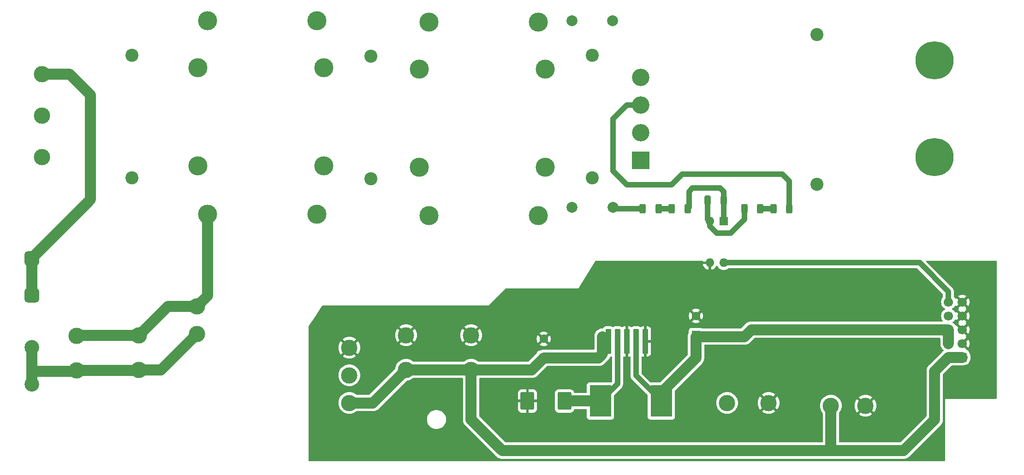
<source format=gtl>
G04 #@! TF.GenerationSoftware,KiCad,Pcbnew,7.0.2*
G04 #@! TF.CreationDate,2023-08-07T12:58:25+02:00*
G04 #@! TF.ProjectId,Module_3,4d6f6475-6c65-45f3-932e-6b696361645f,rev?*
G04 #@! TF.SameCoordinates,Original*
G04 #@! TF.FileFunction,Copper,L1,Top*
G04 #@! TF.FilePolarity,Positive*
%FSLAX46Y46*%
G04 Gerber Fmt 4.6, Leading zero omitted, Abs format (unit mm)*
G04 Created by KiCad (PCBNEW 7.0.2) date 2023-08-07 12:58:25*
%MOMM*%
%LPD*%
G01*
G04 APERTURE LIST*
G04 Aperture macros list*
%AMRoundRect*
0 Rectangle with rounded corners*
0 $1 Rounding radius*
0 $2 $3 $4 $5 $6 $7 $8 $9 X,Y pos of 4 corners*
0 Add a 4 corners polygon primitive as box body*
4,1,4,$2,$3,$4,$5,$6,$7,$8,$9,$2,$3,0*
0 Add four circle primitives for the rounded corners*
1,1,$1+$1,$2,$3*
1,1,$1+$1,$4,$5*
1,1,$1+$1,$6,$7*
1,1,$1+$1,$8,$9*
0 Add four rect primitives between the rounded corners*
20,1,$1+$1,$2,$3,$4,$5,0*
20,1,$1+$1,$4,$5,$6,$7,0*
20,1,$1+$1,$6,$7,$8,$9,0*
20,1,$1+$1,$8,$9,$2,$3,0*%
G04 Aperture macros list end*
G04 #@! TA.AperFunction,ComponentPad*
%ADD10R,1.600000X1.600000*%
G04 #@! TD*
G04 #@! TA.AperFunction,ComponentPad*
%ADD11C,1.600000*%
G04 #@! TD*
G04 #@! TA.AperFunction,ComponentPad*
%ADD12C,2.400000*%
G04 #@! TD*
G04 #@! TA.AperFunction,ComponentPad*
%ADD13C,3.000000*%
G04 #@! TD*
G04 #@! TA.AperFunction,ComponentPad*
%ADD14C,2.000000*%
G04 #@! TD*
G04 #@! TA.AperFunction,ComponentPad*
%ADD15O,1.600000X1.600000*%
G04 #@! TD*
G04 #@! TA.AperFunction,SMDPad,CuDef*
%ADD16RoundRect,0.250000X0.312500X0.625000X-0.312500X0.625000X-0.312500X-0.625000X0.312500X-0.625000X0*%
G04 #@! TD*
G04 #@! TA.AperFunction,ComponentPad*
%ADD17RoundRect,0.675000X-0.675000X0.675000X-0.675000X-0.675000X0.675000X-0.675000X0.675000X0.675000X0*%
G04 #@! TD*
G04 #@! TA.AperFunction,ComponentPad*
%ADD18C,2.700000*%
G04 #@! TD*
G04 #@! TA.AperFunction,ComponentPad*
%ADD19C,7.000000*%
G04 #@! TD*
G04 #@! TA.AperFunction,SMDPad,CuDef*
%ADD20RoundRect,0.250000X0.300000X-2.050000X0.300000X2.050000X-0.300000X2.050000X-0.300000X-2.050000X0*%
G04 #@! TD*
G04 #@! TA.AperFunction,SMDPad,CuDef*
%ADD21RoundRect,0.250000X2.375000X-2.025000X2.375000X2.025000X-2.375000X2.025000X-2.375000X-2.025000X0*%
G04 #@! TD*
G04 #@! TA.AperFunction,SMDPad,CuDef*
%ADD22RoundRect,0.250002X5.149998X-4.449998X5.149998X4.449998X-5.149998X4.449998X-5.149998X-4.449998X0*%
G04 #@! TD*
G04 #@! TA.AperFunction,ComponentPad*
%ADD23C,3.500000*%
G04 #@! TD*
G04 #@! TA.AperFunction,SMDPad,CuDef*
%ADD24RoundRect,0.250000X-0.312500X-0.625000X0.312500X-0.625000X0.312500X0.625000X-0.312500X0.625000X0*%
G04 #@! TD*
G04 #@! TA.AperFunction,SMDPad,CuDef*
%ADD25RoundRect,0.250000X0.325000X0.650000X-0.325000X0.650000X-0.325000X-0.650000X0.325000X-0.650000X0*%
G04 #@! TD*
G04 #@! TA.AperFunction,SMDPad,CuDef*
%ADD26RoundRect,0.250000X-1.000000X1.400000X-1.000000X-1.400000X1.000000X-1.400000X1.000000X1.400000X0*%
G04 #@! TD*
G04 #@! TA.AperFunction,ComponentPad*
%ADD27RoundRect,0.250000X0.600000X0.600000X-0.600000X0.600000X-0.600000X-0.600000X0.600000X-0.600000X0*%
G04 #@! TD*
G04 #@! TA.AperFunction,ComponentPad*
%ADD28C,1.700000*%
G04 #@! TD*
G04 #@! TA.AperFunction,SMDPad,CuDef*
%ADD29R,4.000000X5.800000*%
G04 #@! TD*
G04 #@! TA.AperFunction,ComponentPad*
%ADD30R,3.200000X3.200000*%
G04 #@! TD*
G04 #@! TA.AperFunction,ComponentPad*
%ADD31C,3.200000*%
G04 #@! TD*
G04 #@! TA.AperFunction,ViaPad*
%ADD32C,1.200000*%
G04 #@! TD*
G04 #@! TA.AperFunction,Conductor*
%ADD33C,2.000000*%
G04 #@! TD*
G04 #@! TA.AperFunction,Conductor*
%ADD34C,1.000000*%
G04 #@! TD*
G04 APERTURE END LIST*
D10*
X150495000Y-116938000D03*
D11*
X150495000Y-113438000D03*
D12*
X74930000Y-83868000D03*
X74930000Y-61368000D03*
D13*
X203200000Y-125730000D03*
D14*
X155635000Y-55018000D03*
X163135000Y-55018000D03*
D10*
X183520000Y-91858000D03*
D15*
X180980000Y-91858000D03*
X180980000Y-99478000D03*
X183520000Y-99478000D03*
D13*
X209550000Y-125730000D03*
D12*
X200660000Y-57558000D03*
X200660000Y-85058000D03*
D16*
X190250000Y-89535000D03*
X187325000Y-89535000D03*
D17*
X56515000Y-98650000D03*
X56515000Y-105410000D03*
D18*
X56515000Y-115000000D03*
X56515000Y-121760000D03*
D19*
X222250000Y-80010000D03*
D20*
X162335000Y-113925000D03*
X164035000Y-113925000D03*
X165735000Y-113925000D03*
D21*
X162960000Y-107200000D03*
X168510000Y-107200000D03*
D22*
X165735000Y-104775000D03*
D21*
X162960000Y-102350000D03*
X168510000Y-102350000D03*
D20*
X167435000Y-113925000D03*
X169135000Y-113925000D03*
D19*
X222250000Y-62230000D03*
D13*
X58420000Y-64770000D03*
X58420000Y-72390000D03*
X58420000Y-80010000D03*
D23*
X129413000Y-90832000D03*
X127635000Y-81942000D03*
X127635000Y-63908000D03*
X129413000Y-55272000D03*
X150749000Y-63908000D03*
X149479000Y-55272000D03*
X149479000Y-90832000D03*
X150749000Y-81942000D03*
D12*
X118745000Y-84048000D03*
X118745000Y-61548000D03*
D24*
X168660000Y-89535000D03*
X171585000Y-89535000D03*
D14*
X163195000Y-89308000D03*
X155695000Y-89308000D03*
D16*
X195580000Y-89535000D03*
X192655000Y-89535000D03*
D10*
X178435000Y-112720000D03*
D11*
X178435000Y-109220000D03*
D13*
X64770000Y-112903000D03*
X76200000Y-112776000D03*
X86868000Y-107442000D03*
X64770000Y-119253000D03*
X76200000Y-119126000D03*
X86868000Y-112522000D03*
X114808000Y-115062000D03*
X125222000Y-112776000D03*
X137160000Y-112776000D03*
X114808000Y-125222000D03*
X125222000Y-119126000D03*
X137160000Y-119126000D03*
X114808000Y-120142000D03*
D24*
X173990000Y-89535000D03*
X176915000Y-89535000D03*
D23*
X88773000Y-90578000D03*
X86995000Y-81688000D03*
X86995000Y-63654000D03*
X88773000Y-55018000D03*
X110109000Y-63654000D03*
X108839000Y-55018000D03*
X108839000Y-90578000D03*
X110109000Y-81688000D03*
D25*
X183515000Y-88038000D03*
X180565000Y-88038000D03*
D26*
X154305000Y-124868000D03*
X147505000Y-124868000D03*
D12*
X159385000Y-83868000D03*
X159385000Y-61368000D03*
D13*
X184150000Y-125222000D03*
X191770000Y-125222000D03*
D27*
X227330000Y-116840000D03*
D28*
X224790000Y-116840000D03*
X227330000Y-114300000D03*
X224790000Y-114300000D03*
X227330000Y-111760000D03*
X224790000Y-111760000D03*
X227330000Y-109220000D03*
X224790000Y-109220000D03*
X227330000Y-106680000D03*
X224790000Y-106680000D03*
D29*
X160909000Y-124868000D03*
X172085000Y-124868000D03*
D30*
X168275000Y-80645000D03*
D31*
X168275000Y-75565000D03*
X168275000Y-70485000D03*
X168275000Y-65405000D03*
D32*
X119380000Y-132080000D03*
X231140000Y-104140000D03*
X231140000Y-121920000D03*
X213360000Y-104140000D03*
X220980000Y-104140000D03*
X175260000Y-104140000D03*
X215900000Y-116840000D03*
X215900000Y-127000000D03*
X157480000Y-106680000D03*
X205740000Y-104140000D03*
X153670000Y-120650000D03*
X144780000Y-121920000D03*
X111760000Y-132080000D03*
X134620000Y-132080000D03*
X198120000Y-104140000D03*
X149860000Y-106680000D03*
X190500000Y-104140000D03*
X154940000Y-129540000D03*
X157480000Y-120650000D03*
X127000000Y-132080000D03*
X215900000Y-121920000D03*
X157480000Y-110490000D03*
X142240000Y-124460000D03*
X144780000Y-127000000D03*
X157480000Y-114300000D03*
X147320000Y-129540000D03*
X182880000Y-104140000D03*
D33*
X154305000Y-124868000D02*
X160909000Y-124868000D01*
D34*
X164035000Y-121742000D02*
X160909000Y-124868000D01*
X164035000Y-113925000D02*
X164035000Y-121742000D01*
D33*
X86868000Y-107442000D02*
X81534000Y-107442000D01*
X88773000Y-90578000D02*
X88773000Y-105537000D01*
X88773000Y-105537000D02*
X86868000Y-107442000D01*
X76200000Y-112776000D02*
X64897000Y-112776000D01*
X81534000Y-107442000D02*
X76200000Y-112776000D01*
X64897000Y-112776000D02*
X64770000Y-112903000D01*
X148307000Y-119126000D02*
X150495000Y-116938000D01*
X137160000Y-128270000D02*
X142875000Y-133985000D01*
X224790000Y-116840000D02*
X227330000Y-116840000D01*
X203200000Y-133985000D02*
X203200000Y-125730000D01*
X142875000Y-133985000D02*
X203200000Y-133985000D01*
X160557000Y-116938000D02*
X150495000Y-116938000D01*
X114808000Y-125222000D02*
X119126000Y-125222000D01*
X222250000Y-128270000D02*
X222250000Y-119380000D01*
X161290000Y-116205000D02*
X160557000Y-116938000D01*
X137160000Y-119126000D02*
X137160000Y-128270000D01*
X216535000Y-133985000D02*
X222250000Y-128270000D01*
X119126000Y-125222000D02*
X125222000Y-119126000D01*
X203200000Y-133985000D02*
X216535000Y-133985000D01*
X125222000Y-119126000D02*
X137160000Y-119126000D01*
X222250000Y-119380000D02*
X224790000Y-116840000D01*
X137160000Y-119126000D02*
X148307000Y-119126000D01*
X161290000Y-113030000D02*
X161290000Y-116205000D01*
X224790000Y-114300000D02*
X224790000Y-111760000D01*
D34*
X167435000Y-113925000D02*
X167435000Y-120218000D01*
D33*
X172085000Y-123288000D02*
X178435000Y-116938000D01*
X187325000Y-113030000D02*
X188595000Y-111760000D01*
X172085000Y-124868000D02*
X172085000Y-123288000D01*
X178435000Y-116938000D02*
X178435000Y-113030000D01*
X188595000Y-111760000D02*
X224790000Y-111760000D01*
X178435000Y-113030000D02*
X187325000Y-113030000D01*
D34*
X167435000Y-120218000D02*
X172085000Y-124868000D01*
X224790000Y-104775000D02*
X224790000Y-106680000D01*
X219493000Y-99478000D02*
X224790000Y-104775000D01*
X183520000Y-99478000D02*
X219493000Y-99478000D01*
D33*
X56515000Y-98650000D02*
X67310000Y-87855000D01*
X63500000Y-64770000D02*
X58420000Y-64770000D01*
X67310000Y-68580000D02*
X63500000Y-64770000D01*
X56515000Y-105410000D02*
X56515000Y-98650000D01*
X67310000Y-87855000D02*
X67310000Y-68580000D01*
X56515000Y-121760000D02*
X56515000Y-118745000D01*
X64643000Y-119380000D02*
X57150000Y-119380000D01*
X64770000Y-119253000D02*
X76073000Y-119253000D01*
X56515000Y-118745000D02*
X56515000Y-115000000D01*
X57150000Y-119380000D02*
X56515000Y-118745000D01*
X80264000Y-119126000D02*
X86868000Y-112522000D01*
X76200000Y-119126000D02*
X80264000Y-119126000D01*
X64770000Y-119253000D02*
X64643000Y-119380000D01*
X76073000Y-119253000D02*
X76200000Y-119126000D01*
D34*
X171585000Y-89535000D02*
X173990000Y-89535000D01*
X190250000Y-89535000D02*
X192655000Y-89535000D01*
X163422000Y-89535000D02*
X163195000Y-89308000D01*
X168660000Y-89535000D02*
X163422000Y-89535000D01*
X165735000Y-85090000D02*
X173990000Y-85090000D01*
X173990000Y-85090000D02*
X175895000Y-83185000D01*
X195580000Y-84455000D02*
X195580000Y-89535000D01*
X163195000Y-73025000D02*
X163195000Y-82550000D01*
X194310000Y-83185000D02*
X195580000Y-84455000D01*
X165735000Y-70485000D02*
X163195000Y-73025000D01*
X168275000Y-70485000D02*
X165735000Y-70485000D01*
X175895000Y-83185000D02*
X194310000Y-83185000D01*
X163195000Y-82550000D02*
X165735000Y-85090000D01*
X182880000Y-85725000D02*
X183515000Y-86360000D01*
X183515000Y-88038000D02*
X183515000Y-91853000D01*
X182880000Y-85725000D02*
X177800000Y-85725000D01*
X183515000Y-86360000D02*
X183515000Y-88038000D01*
X183515000Y-91853000D02*
X183520000Y-91858000D01*
X177800000Y-85725000D02*
X177165000Y-86360000D01*
X177165000Y-86360000D02*
X177165000Y-89285000D01*
X177165000Y-89285000D02*
X176915000Y-89535000D01*
X184785000Y-93980000D02*
X187325000Y-91440000D01*
X187325000Y-91440000D02*
X187325000Y-89535000D01*
X180565000Y-91443000D02*
X180980000Y-91858000D01*
X180565000Y-88038000D02*
X180565000Y-91443000D01*
X180980000Y-91858000D02*
X180980000Y-92705000D01*
X180975000Y-92710000D02*
X182245000Y-93980000D01*
X182245000Y-93980000D02*
X184785000Y-93980000D01*
X180980000Y-92705000D02*
X180975000Y-92710000D01*
G04 #@! TA.AperFunction,Conductor*
G36*
X179651582Y-99079685D02*
G01*
X179697337Y-99132489D01*
X179707281Y-99201647D01*
X179704318Y-99216093D01*
X179701127Y-99227999D01*
X179701128Y-99228000D01*
X180664314Y-99228000D01*
X180652359Y-99239955D01*
X180594835Y-99352852D01*
X180575014Y-99478000D01*
X180594835Y-99603148D01*
X180652359Y-99716045D01*
X180664314Y-99728000D01*
X179701128Y-99728000D01*
X179753733Y-99924326D01*
X179849865Y-100130480D01*
X179980341Y-100316819D01*
X180141180Y-100477658D01*
X180327519Y-100608134D01*
X180533673Y-100704266D01*
X180729999Y-100756871D01*
X180730000Y-100756871D01*
X180730000Y-99793686D01*
X180741955Y-99805641D01*
X180854852Y-99863165D01*
X180948519Y-99878000D01*
X181011481Y-99878000D01*
X181105148Y-99863165D01*
X181218045Y-99805641D01*
X181230000Y-99793686D01*
X181230000Y-100756871D01*
X181426326Y-100704266D01*
X181632480Y-100608134D01*
X181818819Y-100477658D01*
X181979658Y-100316819D01*
X182110135Y-100130479D01*
X182137342Y-100072135D01*
X182183514Y-100019695D01*
X182250707Y-100000543D01*
X182317589Y-100020758D01*
X182362106Y-100072133D01*
X182389433Y-100130736D01*
X182519953Y-100317140D01*
X182680859Y-100478046D01*
X182867264Y-100608567D01*
X182867265Y-100608567D01*
X182867266Y-100608568D01*
X183073504Y-100704739D01*
X183293308Y-100763635D01*
X183520000Y-100783468D01*
X183746692Y-100763635D01*
X183966496Y-100704739D01*
X184172734Y-100608568D01*
X184326465Y-100500924D01*
X184392671Y-100478598D01*
X184397588Y-100478500D01*
X219027217Y-100478500D01*
X219094256Y-100498185D01*
X219114898Y-100514819D01*
X223753181Y-105153101D01*
X223786666Y-105214424D01*
X223789500Y-105240782D01*
X223789500Y-105719241D01*
X223769815Y-105786280D01*
X223753186Y-105806918D01*
X223751505Y-105808598D01*
X223615965Y-106002170D01*
X223516097Y-106216336D01*
X223454936Y-106444592D01*
X223434340Y-106679999D01*
X223454936Y-106915407D01*
X223480496Y-107010798D01*
X223516097Y-107143663D01*
X223615965Y-107357830D01*
X223751505Y-107551401D01*
X223918599Y-107718495D01*
X224104160Y-107848426D01*
X224147783Y-107903002D01*
X224154976Y-107972501D01*
X224123454Y-108034855D01*
X224104160Y-108051574D01*
X223976487Y-108140972D01*
X223918595Y-108181508D01*
X223751505Y-108348598D01*
X223615965Y-108542170D01*
X223516097Y-108756336D01*
X223454936Y-108984592D01*
X223434340Y-109219999D01*
X223454936Y-109455407D01*
X223479650Y-109547641D01*
X223516097Y-109683663D01*
X223615965Y-109897830D01*
X223732584Y-110064379D01*
X223754910Y-110130582D01*
X223737900Y-110198350D01*
X223686952Y-110246163D01*
X223631008Y-110259500D01*
X188695864Y-110259500D01*
X188680526Y-110258548D01*
X188657219Y-110255642D01*
X188566536Y-110259394D01*
X188561411Y-110259500D01*
X188532933Y-110259500D01*
X188530406Y-110259709D01*
X188530389Y-110259710D01*
X188504538Y-110261852D01*
X188499428Y-110262169D01*
X188408761Y-110265920D01*
X188385781Y-110270738D01*
X188370581Y-110272952D01*
X188347180Y-110274891D01*
X188259191Y-110297172D01*
X188254202Y-110298326D01*
X188165386Y-110316950D01*
X188143515Y-110325484D01*
X188128890Y-110330169D01*
X188106120Y-110335936D01*
X188023020Y-110372386D01*
X188018288Y-110374346D01*
X187933726Y-110407343D01*
X187913545Y-110419368D01*
X187899891Y-110426396D01*
X187878392Y-110435826D01*
X187802417Y-110485462D01*
X187798074Y-110488174D01*
X187720102Y-110534636D01*
X187702183Y-110549813D01*
X187689868Y-110558995D01*
X187670215Y-110571835D01*
X187603447Y-110633299D01*
X187599613Y-110636685D01*
X187577874Y-110655098D01*
X187576059Y-110656911D01*
X187576061Y-110656911D01*
X187557738Y-110675233D01*
X187554045Y-110678775D01*
X187487262Y-110740254D01*
X187472832Y-110758793D01*
X187462664Y-110770306D01*
X186739791Y-111493181D01*
X186678468Y-111526666D01*
X186652110Y-111529500D01*
X179589797Y-111529500D01*
X179522758Y-111509815D01*
X179515487Y-111504767D01*
X179477333Y-111476205D01*
X179477331Y-111476204D01*
X179342483Y-111425909D01*
X179282873Y-111419500D01*
X179279550Y-111419500D01*
X177590439Y-111419500D01*
X177590420Y-111419500D01*
X177587128Y-111419501D01*
X177583848Y-111419853D01*
X177583840Y-111419854D01*
X177527515Y-111425909D01*
X177392669Y-111476204D01*
X177277454Y-111562454D01*
X177191204Y-111677668D01*
X177156944Y-111769526D01*
X177140909Y-111812517D01*
X177134500Y-111872127D01*
X177134500Y-111875430D01*
X177134499Y-111875449D01*
X177134500Y-112240242D01*
X177114815Y-112307281D01*
X177114309Y-112308062D01*
X177110826Y-112313393D01*
X177087872Y-112365722D01*
X177083372Y-112374928D01*
X177056171Y-112425190D01*
X177037615Y-112479244D01*
X177033890Y-112488791D01*
X177010937Y-112541119D01*
X176996911Y-112596502D01*
X176993989Y-112606318D01*
X176975428Y-112660388D01*
X176966020Y-112716762D01*
X176963918Y-112726787D01*
X176949891Y-112782180D01*
X176945172Y-112839127D01*
X176943905Y-112849293D01*
X176934500Y-112905662D01*
X176934500Y-116265109D01*
X176914815Y-116332148D01*
X176898181Y-116352790D01*
X171819790Y-121431181D01*
X171758467Y-121464666D01*
X171732109Y-121467500D01*
X170150783Y-121467500D01*
X170083744Y-121447815D01*
X170063102Y-121431181D01*
X168471819Y-119839898D01*
X168438334Y-119778575D01*
X168435500Y-119752217D01*
X168435500Y-116804443D01*
X168455185Y-116737404D01*
X168507989Y-116691649D01*
X168577147Y-116681705D01*
X168598505Y-116686737D01*
X168682305Y-116714506D01*
X168781890Y-116724680D01*
X168788168Y-116724999D01*
X168885000Y-116724998D01*
X168885000Y-114175000D01*
X169385000Y-114175000D01*
X169385000Y-116724999D01*
X169481829Y-116724999D01*
X169488111Y-116724678D01*
X169587695Y-116714506D01*
X169754122Y-116659357D01*
X169903345Y-116567316D01*
X170027316Y-116443345D01*
X170119357Y-116294122D01*
X170174506Y-116127696D01*
X170184680Y-116028109D01*
X170185000Y-116021831D01*
X170185000Y-114175000D01*
X169385000Y-114175000D01*
X168885000Y-114175000D01*
X168885000Y-111125000D01*
X169385000Y-111125000D01*
X169385000Y-113675000D01*
X170184999Y-113675000D01*
X170184999Y-111828170D01*
X170184678Y-111821888D01*
X170174506Y-111722304D01*
X170119357Y-111555877D01*
X170027316Y-111406654D01*
X169903345Y-111282683D01*
X169754122Y-111190642D01*
X169587696Y-111135493D01*
X169488109Y-111125319D01*
X169481832Y-111125000D01*
X169385000Y-111125000D01*
X168885000Y-111125000D01*
X168885000Y-111124999D01*
X168788172Y-111125000D01*
X168781888Y-111125321D01*
X168682304Y-111135493D01*
X168515879Y-111190641D01*
X168354321Y-111290292D01*
X168352582Y-111287474D01*
X168311680Y-111309795D01*
X168241989Y-111304793D01*
X168216795Y-111288596D01*
X168215993Y-111289897D01*
X168054334Y-111190186D01*
X167887797Y-111135000D01*
X167788141Y-111124819D01*
X167788122Y-111124818D01*
X167785009Y-111124500D01*
X167781860Y-111124500D01*
X167088141Y-111124500D01*
X167088121Y-111124500D01*
X167084992Y-111124501D01*
X167081860Y-111124820D01*
X167081858Y-111124821D01*
X166982203Y-111135000D01*
X166815665Y-111190186D01*
X166654008Y-111289897D01*
X166652352Y-111287213D01*
X166610976Y-111309794D01*
X166541285Y-111304794D01*
X166516545Y-111288890D01*
X166515681Y-111290292D01*
X166354122Y-111190642D01*
X166187696Y-111135493D01*
X166088109Y-111125319D01*
X166081832Y-111125000D01*
X165985000Y-111125000D01*
X165985000Y-116724999D01*
X166081829Y-116724999D01*
X166088111Y-116724678D01*
X166187695Y-116714506D01*
X166271496Y-116686737D01*
X166341324Y-116684335D01*
X166401366Y-116720067D01*
X166432559Y-116782587D01*
X166434500Y-116804443D01*
X166434500Y-120203721D01*
X166434460Y-120206863D01*
X166432242Y-120294362D01*
X166442648Y-120352420D01*
X166443957Y-120361749D01*
X166449926Y-120420438D01*
X166459033Y-120449467D01*
X166462772Y-120464702D01*
X166468141Y-120494652D01*
X166490020Y-120549425D01*
X166493180Y-120558300D01*
X166510556Y-120613682D01*
X166510841Y-120614588D01*
X166525607Y-120641191D01*
X166532337Y-120655364D01*
X166543622Y-120683617D01*
X166576080Y-120732867D01*
X166580961Y-120740923D01*
X166609590Y-120792501D01*
X166629404Y-120815581D01*
X166638856Y-120828116D01*
X166655599Y-120853520D01*
X166697300Y-120895221D01*
X166703705Y-120902132D01*
X166742134Y-120946896D01*
X166766193Y-120965519D01*
X166777972Y-120975893D01*
X169548181Y-123746101D01*
X169581666Y-123807424D01*
X169584500Y-123833782D01*
X169584500Y-127812560D01*
X169584500Y-127812578D01*
X169584501Y-127815872D01*
X169590909Y-127875483D01*
X169641204Y-128010331D01*
X169727454Y-128125546D01*
X169842669Y-128211796D01*
X169977517Y-128262091D01*
X170037127Y-128268500D01*
X174132872Y-128268499D01*
X174192483Y-128262091D01*
X174327331Y-128211796D01*
X174442546Y-128125546D01*
X174528796Y-128010331D01*
X174579091Y-127875483D01*
X174585500Y-127815873D01*
X174585499Y-125222000D01*
X182144389Y-125222000D01*
X182164804Y-125507429D01*
X182225629Y-125787041D01*
X182225631Y-125787046D01*
X182310813Y-126015428D01*
X182325634Y-126055163D01*
X182462772Y-126306313D01*
X182502530Y-126359423D01*
X182634261Y-126535395D01*
X182836605Y-126737739D01*
X183000878Y-126860712D01*
X183065686Y-126909227D01*
X183144673Y-126952357D01*
X183316839Y-127046367D01*
X183584954Y-127146369D01*
X183584957Y-127146369D01*
X183584958Y-127146370D01*
X183637217Y-127157738D01*
X183864572Y-127207196D01*
X184150000Y-127227610D01*
X184435428Y-127207196D01*
X184715046Y-127146369D01*
X184983161Y-127046367D01*
X185234315Y-126909226D01*
X185463395Y-126737739D01*
X185665739Y-126535395D01*
X185837226Y-126306315D01*
X185974367Y-126055161D01*
X186074369Y-125787046D01*
X186135196Y-125507428D01*
X186155610Y-125222000D01*
X186155610Y-125221999D01*
X189764890Y-125221999D01*
X189785300Y-125507357D01*
X189846111Y-125786902D01*
X189946088Y-126054952D01*
X190083193Y-126306042D01*
X190189883Y-126448562D01*
X190979409Y-125659036D01*
X190986284Y-125674478D01*
X191097486Y-125827534D01*
X191238080Y-125954126D01*
X191335297Y-126010254D01*
X190543436Y-126802115D01*
X190685958Y-126908806D01*
X190937047Y-127045911D01*
X191205097Y-127145888D01*
X191484642Y-127206699D01*
X191770000Y-127227109D01*
X192055357Y-127206699D01*
X192334902Y-127145888D01*
X192602952Y-127045911D01*
X192854041Y-126908806D01*
X192996562Y-126802115D01*
X192204702Y-126010254D01*
X192301920Y-125954126D01*
X192442514Y-125827534D01*
X192553716Y-125674479D01*
X192560590Y-125659037D01*
X193350115Y-126448562D01*
X193456806Y-126306041D01*
X193593911Y-126054952D01*
X193693888Y-125786902D01*
X193754699Y-125507357D01*
X193775109Y-125222000D01*
X193754699Y-124936642D01*
X193693888Y-124657097D01*
X193593911Y-124389047D01*
X193456806Y-124137958D01*
X193350115Y-123995436D01*
X192560590Y-124784961D01*
X192553716Y-124769522D01*
X192442514Y-124616466D01*
X192301920Y-124489874D01*
X192204701Y-124433745D01*
X192996562Y-123641883D01*
X192854042Y-123535193D01*
X192602952Y-123398088D01*
X192334902Y-123298111D01*
X192055357Y-123237300D01*
X191769999Y-123216890D01*
X191484642Y-123237300D01*
X191205097Y-123298111D01*
X190937047Y-123398088D01*
X190685954Y-123535195D01*
X190543437Y-123641882D01*
X190543436Y-123641883D01*
X191335298Y-124433745D01*
X191238080Y-124489874D01*
X191097486Y-124616466D01*
X190986284Y-124769521D01*
X190979409Y-124784962D01*
X190189883Y-123995436D01*
X190189882Y-123995437D01*
X190083195Y-124137954D01*
X189946088Y-124389047D01*
X189846111Y-124657097D01*
X189785300Y-124936642D01*
X189764890Y-125221999D01*
X186155610Y-125221999D01*
X186135196Y-124936572D01*
X186074369Y-124656954D01*
X185974367Y-124388839D01*
X185843887Y-124149883D01*
X185837227Y-124137686D01*
X185766490Y-124043193D01*
X185665739Y-123908605D01*
X185463395Y-123706261D01*
X185348855Y-123620517D01*
X185234313Y-123534772D01*
X184983163Y-123397634D01*
X184983162Y-123397633D01*
X184983161Y-123397633D01*
X184762429Y-123315304D01*
X184715041Y-123297629D01*
X184435429Y-123236804D01*
X184150000Y-123216389D01*
X183864570Y-123236804D01*
X183584958Y-123297629D01*
X183316836Y-123397634D01*
X183065686Y-123534772D01*
X182836602Y-123706263D01*
X182634263Y-123908602D01*
X182462772Y-124137686D01*
X182325634Y-124388836D01*
X182225629Y-124656958D01*
X182164804Y-124936570D01*
X182144389Y-125222000D01*
X174585499Y-125222000D01*
X174585499Y-122960888D01*
X174605184Y-122893850D01*
X174621813Y-122873213D01*
X179424701Y-118070325D01*
X179436203Y-118060167D01*
X179454744Y-118045738D01*
X179516235Y-117978939D01*
X179519714Y-117975313D01*
X179539902Y-117955126D01*
X179558315Y-117933383D01*
X179561701Y-117929551D01*
X179623160Y-117862789D01*
X179623164Y-117862785D01*
X179636006Y-117843126D01*
X179645188Y-117830813D01*
X179660366Y-117812894D01*
X179706830Y-117734916D01*
X179709533Y-117730586D01*
X179759173Y-117654607D01*
X179768605Y-117633101D01*
X179775628Y-117619456D01*
X179787656Y-117599274D01*
X179820656Y-117514699D01*
X179822599Y-117510008D01*
X179859063Y-117426881D01*
X179864827Y-117404116D01*
X179869510Y-117389496D01*
X179878049Y-117367614D01*
X179896669Y-117278809D01*
X179897822Y-117273825D01*
X179920108Y-117185821D01*
X179922046Y-117162413D01*
X179924263Y-117147205D01*
X179929080Y-117124237D01*
X179932830Y-117033544D01*
X179933148Y-117028441D01*
X179935500Y-117000067D01*
X179935500Y-116971588D01*
X179935606Y-116966463D01*
X179939357Y-116875780D01*
X179936452Y-116852473D01*
X179935500Y-116837135D01*
X179935500Y-114654500D01*
X179955185Y-114587461D01*
X180007989Y-114541706D01*
X180059500Y-114530500D01*
X187224135Y-114530500D01*
X187239473Y-114531452D01*
X187262779Y-114534357D01*
X187262779Y-114534356D01*
X187262780Y-114534357D01*
X187333017Y-114531452D01*
X187353473Y-114530605D01*
X187358596Y-114530500D01*
X187384498Y-114530500D01*
X187387067Y-114530500D01*
X187415447Y-114528147D01*
X187420540Y-114527831D01*
X187511237Y-114524081D01*
X187534209Y-114519263D01*
X187549413Y-114517047D01*
X187572821Y-114515108D01*
X187660838Y-114492818D01*
X187665754Y-114491680D01*
X187754614Y-114473049D01*
X187776496Y-114464510D01*
X187791116Y-114459827D01*
X187813881Y-114454063D01*
X187897008Y-114417599D01*
X187901699Y-114415656D01*
X187986274Y-114382656D01*
X188006456Y-114370628D01*
X188020101Y-114363605D01*
X188041607Y-114354173D01*
X188117593Y-114304528D01*
X188121916Y-114301830D01*
X188199894Y-114255366D01*
X188217813Y-114240188D01*
X188230126Y-114231006D01*
X188249785Y-114218164D01*
X188296673Y-114175000D01*
X188316551Y-114156701D01*
X188320383Y-114153315D01*
X188342126Y-114134902D01*
X188362313Y-114114714D01*
X188365939Y-114111235D01*
X188432738Y-114049744D01*
X188447167Y-114031203D01*
X188457325Y-114019701D01*
X189180208Y-113296819D01*
X189241532Y-113263334D01*
X189267890Y-113260500D01*
X223165500Y-113260500D01*
X223232539Y-113280185D01*
X223278294Y-113332989D01*
X223289500Y-113384500D01*
X223289500Y-114362067D01*
X223297989Y-114464515D01*
X223303465Y-114530606D01*
X223304892Y-114547821D01*
X223365937Y-114788881D01*
X223407159Y-114882857D01*
X223465825Y-115016604D01*
X223465827Y-115016607D01*
X223601836Y-115224785D01*
X223721608Y-115354892D01*
X223770259Y-115407741D01*
X223849855Y-115469693D01*
X223890668Y-115526403D01*
X223894343Y-115596176D01*
X223859711Y-115656859D01*
X223857675Y-115658777D01*
X223798446Y-115713300D01*
X223794610Y-115716687D01*
X223774836Y-115733436D01*
X223774819Y-115733451D01*
X223772874Y-115735099D01*
X223771068Y-115736903D01*
X223771070Y-115736903D01*
X223752750Y-115755222D01*
X223749057Y-115758764D01*
X223682261Y-115820255D01*
X223667832Y-115838793D01*
X223657663Y-115850308D01*
X221260306Y-118247664D01*
X221248793Y-118257832D01*
X221230254Y-118272262D01*
X221168775Y-118339045D01*
X221165233Y-118342738D01*
X221145098Y-118362874D01*
X221143437Y-118364834D01*
X221143437Y-118364835D01*
X221126689Y-118384609D01*
X221123299Y-118388447D01*
X221061835Y-118455215D01*
X221048995Y-118474868D01*
X221039813Y-118487183D01*
X221024636Y-118505102D01*
X220978174Y-118583074D01*
X220975462Y-118587417D01*
X220925826Y-118663392D01*
X220916396Y-118684891D01*
X220909368Y-118698545D01*
X220897343Y-118718726D01*
X220864346Y-118803288D01*
X220862386Y-118808020D01*
X220825936Y-118891120D01*
X220820169Y-118913890D01*
X220815484Y-118928515D01*
X220806951Y-118950385D01*
X220788324Y-119039211D01*
X220787170Y-119044200D01*
X220764891Y-119132180D01*
X220762952Y-119155578D01*
X220760738Y-119170777D01*
X220755919Y-119193762D01*
X220752168Y-119284440D01*
X220751851Y-119289551D01*
X220749710Y-119315390D01*
X220749709Y-119315406D01*
X220749500Y-119317933D01*
X220749500Y-119320486D01*
X220749500Y-119346402D01*
X220749394Y-119351527D01*
X220745642Y-119442223D01*
X220748547Y-119465529D01*
X220749499Y-119480864D01*
X220749500Y-127597110D01*
X220729815Y-127664149D01*
X220713181Y-127684791D01*
X215949791Y-132448181D01*
X215888468Y-132481666D01*
X215862110Y-132484500D01*
X204824500Y-132484500D01*
X204757461Y-132464815D01*
X204711706Y-132412011D01*
X204700500Y-132360500D01*
X204700500Y-127105023D01*
X204720185Y-127037984D01*
X204725233Y-127030713D01*
X204887225Y-126814316D01*
X204887375Y-126814042D01*
X205024367Y-126563161D01*
X205124369Y-126295046D01*
X205185196Y-126015428D01*
X205205610Y-125730000D01*
X207544890Y-125730000D01*
X207565300Y-126015357D01*
X207626111Y-126294902D01*
X207726088Y-126562952D01*
X207863193Y-126814042D01*
X207969883Y-126956562D01*
X208833338Y-126093107D01*
X208920577Y-126231948D01*
X209048052Y-126359423D01*
X209186891Y-126446661D01*
X208323436Y-127310115D01*
X208465958Y-127416806D01*
X208717047Y-127553911D01*
X208985097Y-127653888D01*
X209264642Y-127714699D01*
X209550000Y-127735109D01*
X209835357Y-127714699D01*
X210114902Y-127653888D01*
X210382952Y-127553911D01*
X210634041Y-127416806D01*
X210776562Y-127310115D01*
X209913108Y-126446661D01*
X210051948Y-126359423D01*
X210179423Y-126231948D01*
X210266661Y-126093108D01*
X211130115Y-126956562D01*
X211236806Y-126814041D01*
X211373911Y-126562952D01*
X211473888Y-126294902D01*
X211534699Y-126015357D01*
X211555109Y-125729999D01*
X211534699Y-125444642D01*
X211473888Y-125165097D01*
X211373911Y-124897047D01*
X211236806Y-124645958D01*
X211130115Y-124503436D01*
X210266660Y-125366890D01*
X210179423Y-125228052D01*
X210051948Y-125100577D01*
X209913108Y-125013338D01*
X210776562Y-124149883D01*
X210634042Y-124043193D01*
X210382952Y-123906088D01*
X210114902Y-123806111D01*
X209835357Y-123745300D01*
X209550000Y-123724890D01*
X209264642Y-123745300D01*
X208985097Y-123806111D01*
X208717047Y-123906088D01*
X208465954Y-124043195D01*
X208323437Y-124149882D01*
X208323436Y-124149883D01*
X209186891Y-125013338D01*
X209048052Y-125100577D01*
X208920577Y-125228052D01*
X208833338Y-125366891D01*
X207969883Y-124503436D01*
X207969882Y-124503437D01*
X207863195Y-124645954D01*
X207726088Y-124897047D01*
X207626111Y-125165097D01*
X207565300Y-125444642D01*
X207544890Y-125730000D01*
X205205610Y-125730000D01*
X205185196Y-125444572D01*
X205124369Y-125164954D01*
X205024367Y-124896839D01*
X204954846Y-124769521D01*
X204887227Y-124645686D01*
X204844354Y-124588415D01*
X204715739Y-124416605D01*
X204513395Y-124214261D01*
X204398854Y-124128517D01*
X204284313Y-124042772D01*
X204033163Y-123905634D01*
X204033162Y-123905633D01*
X204033161Y-123905633D01*
X203840522Y-123833782D01*
X203765041Y-123805629D01*
X203485429Y-123744804D01*
X203200000Y-123724389D01*
X202914570Y-123744804D01*
X202634958Y-123805629D01*
X202366836Y-123905634D01*
X202115686Y-124042772D01*
X201886602Y-124214263D01*
X201684263Y-124416602D01*
X201512772Y-124645686D01*
X201375634Y-124896836D01*
X201275629Y-125164958D01*
X201214804Y-125444570D01*
X201194389Y-125729999D01*
X201214804Y-126015429D01*
X201275629Y-126295041D01*
X201275631Y-126295046D01*
X201372811Y-126555596D01*
X201375634Y-126563163D01*
X201512772Y-126814313D01*
X201547506Y-126860712D01*
X201674768Y-127030713D01*
X201699184Y-127096176D01*
X201699500Y-127105022D01*
X201699500Y-132360500D01*
X201679815Y-132427539D01*
X201627011Y-132473294D01*
X201575500Y-132484500D01*
X143547889Y-132484500D01*
X143480850Y-132464815D01*
X143460208Y-132448181D01*
X138696819Y-127684791D01*
X138663334Y-127623468D01*
X138660500Y-127597110D01*
X138660500Y-125118000D01*
X145755001Y-125118000D01*
X145755001Y-126314829D01*
X145755321Y-126321111D01*
X145765493Y-126420695D01*
X145820642Y-126587122D01*
X145912683Y-126736345D01*
X146036654Y-126860316D01*
X146185877Y-126952357D01*
X146352303Y-127007506D01*
X146451890Y-127017680D01*
X146458168Y-127017999D01*
X147254999Y-127017999D01*
X147255000Y-127017998D01*
X147255000Y-125118000D01*
X147755000Y-125118000D01*
X147755000Y-127017999D01*
X148551829Y-127017999D01*
X148558111Y-127017678D01*
X148657695Y-127007506D01*
X148824122Y-126952357D01*
X148973345Y-126860316D01*
X149097316Y-126736345D01*
X149189357Y-126587122D01*
X149244506Y-126420696D01*
X149254680Y-126321109D01*
X149255000Y-126314831D01*
X149255000Y-125118000D01*
X147755000Y-125118000D01*
X147255000Y-125118000D01*
X145755001Y-125118000D01*
X138660500Y-125118000D01*
X138660500Y-124618000D01*
X145755000Y-124618000D01*
X147255000Y-124618000D01*
X147255000Y-122718000D01*
X147755000Y-122718000D01*
X147755000Y-124618000D01*
X149254999Y-124618000D01*
X149254999Y-123421170D01*
X149254678Y-123414888D01*
X149244506Y-123315304D01*
X149189357Y-123148877D01*
X149097316Y-122999654D01*
X148973345Y-122875683D01*
X148824122Y-122783642D01*
X148657696Y-122728493D01*
X148558109Y-122718319D01*
X148551832Y-122718000D01*
X147755000Y-122718000D01*
X147255000Y-122718000D01*
X146458171Y-122718000D01*
X146451888Y-122718321D01*
X146352304Y-122728493D01*
X146185877Y-122783642D01*
X146036654Y-122875683D01*
X145912683Y-122999654D01*
X145820642Y-123148877D01*
X145765493Y-123315303D01*
X145755319Y-123414890D01*
X145755000Y-123421168D01*
X145755000Y-124618000D01*
X138660500Y-124618000D01*
X138660500Y-120750500D01*
X138680185Y-120683461D01*
X138732989Y-120637706D01*
X138784500Y-120626500D01*
X148206135Y-120626500D01*
X148221473Y-120627452D01*
X148244779Y-120630357D01*
X148244779Y-120630356D01*
X148244780Y-120630357D01*
X148315017Y-120627452D01*
X148335473Y-120626605D01*
X148340596Y-120626500D01*
X148366498Y-120626500D01*
X148369067Y-120626500D01*
X148397447Y-120624147D01*
X148402540Y-120623831D01*
X148493237Y-120620081D01*
X148516209Y-120615263D01*
X148531413Y-120613047D01*
X148554821Y-120611108D01*
X148642838Y-120588818D01*
X148647754Y-120587680D01*
X148736614Y-120569049D01*
X148758496Y-120560510D01*
X148773116Y-120555827D01*
X148795881Y-120550063D01*
X148879008Y-120513599D01*
X148883699Y-120511656D01*
X148968274Y-120478656D01*
X148988456Y-120466628D01*
X149002101Y-120459605D01*
X149023607Y-120450173D01*
X149099593Y-120400528D01*
X149103916Y-120397830D01*
X149181894Y-120351366D01*
X149199813Y-120336188D01*
X149212126Y-120327006D01*
X149231785Y-120314164D01*
X149254352Y-120293388D01*
X149298551Y-120252701D01*
X149302383Y-120249315D01*
X149324126Y-120230902D01*
X149344313Y-120210714D01*
X149347939Y-120207235D01*
X149414738Y-120145744D01*
X149429167Y-120127203D01*
X149439325Y-120115701D01*
X151080208Y-118474819D01*
X151141532Y-118441334D01*
X151167890Y-118438500D01*
X160456135Y-118438500D01*
X160471473Y-118439452D01*
X160494779Y-118442357D01*
X160494779Y-118442356D01*
X160494780Y-118442357D01*
X160565017Y-118439452D01*
X160585473Y-118438605D01*
X160590596Y-118438500D01*
X160616498Y-118438500D01*
X160619067Y-118438500D01*
X160647447Y-118436147D01*
X160652540Y-118435831D01*
X160743237Y-118432081D01*
X160766209Y-118427263D01*
X160781413Y-118425047D01*
X160804821Y-118423108D01*
X160892838Y-118400818D01*
X160897754Y-118399680D01*
X160986614Y-118381049D01*
X161008496Y-118372510D01*
X161023116Y-118367827D01*
X161045881Y-118362063D01*
X161129008Y-118325599D01*
X161133699Y-118323656D01*
X161218274Y-118290656D01*
X161238456Y-118278628D01*
X161252101Y-118271605D01*
X161273607Y-118262173D01*
X161349593Y-118212528D01*
X161353916Y-118209830D01*
X161431894Y-118163366D01*
X161449813Y-118148188D01*
X161462126Y-118139006D01*
X161481785Y-118126164D01*
X161504352Y-118105388D01*
X161548551Y-118064701D01*
X161552383Y-118061315D01*
X161574126Y-118042902D01*
X161594313Y-118022714D01*
X161597939Y-118019235D01*
X161664738Y-117957744D01*
X161679167Y-117939203D01*
X161689325Y-117927701D01*
X162279697Y-117337328D01*
X162291199Y-117327171D01*
X162309744Y-117312738D01*
X162371246Y-117245927D01*
X162374725Y-117242301D01*
X162394902Y-117222125D01*
X162413308Y-117200390D01*
X162416690Y-117196563D01*
X162455186Y-117154745D01*
X162478164Y-117129785D01*
X162491006Y-117110126D01*
X162500188Y-117097813D01*
X162515366Y-117079894D01*
X162561848Y-117001884D01*
X162564505Y-116997627D01*
X162614173Y-116921607D01*
X162623604Y-116900105D01*
X162630635Y-116886445D01*
X162642656Y-116866273D01*
X162670567Y-116794740D01*
X162713272Y-116739446D01*
X162773482Y-116716461D01*
X162787797Y-116714999D01*
X162871498Y-116687262D01*
X162941324Y-116684861D01*
X163001366Y-116720592D01*
X163032559Y-116783113D01*
X163034500Y-116804969D01*
X163034500Y-121276217D01*
X163014815Y-121343256D01*
X162998185Y-121363893D01*
X162930898Y-121431181D01*
X162930897Y-121431182D01*
X162869573Y-121464666D01*
X162843216Y-121467500D01*
X158864439Y-121467500D01*
X158864420Y-121467500D01*
X158861128Y-121467501D01*
X158857848Y-121467853D01*
X158857840Y-121467854D01*
X158801515Y-121473909D01*
X158666669Y-121524204D01*
X158551454Y-121610454D01*
X158465204Y-121725668D01*
X158426580Y-121829226D01*
X158414909Y-121860517D01*
X158408500Y-121920127D01*
X158408499Y-121923449D01*
X158408500Y-121923449D01*
X158408500Y-123243500D01*
X158388815Y-123310539D01*
X158336011Y-123356294D01*
X158284500Y-123367500D01*
X156151870Y-123367500D01*
X156084831Y-123347815D01*
X156039076Y-123295011D01*
X156034164Y-123282505D01*
X156012421Y-123216890D01*
X155989814Y-123148666D01*
X155897712Y-122999344D01*
X155897711Y-122999342D01*
X155773657Y-122875288D01*
X155624334Y-122783186D01*
X155457797Y-122728000D01*
X155358141Y-122717819D01*
X155358122Y-122717818D01*
X155355009Y-122717500D01*
X155351860Y-122717500D01*
X153258140Y-122717500D01*
X153258120Y-122717500D01*
X153254992Y-122717501D01*
X153251860Y-122717820D01*
X153251858Y-122717821D01*
X153152203Y-122728000D01*
X152985665Y-122783186D01*
X152836342Y-122875288D01*
X152712288Y-122999342D01*
X152620186Y-123148665D01*
X152565000Y-123315202D01*
X152554819Y-123414858D01*
X152554817Y-123414878D01*
X152554500Y-123417991D01*
X152554500Y-123421138D01*
X152554500Y-123421139D01*
X152554500Y-126314859D01*
X152554500Y-126314878D01*
X152554501Y-126318008D01*
X152554820Y-126321140D01*
X152554821Y-126321141D01*
X152565000Y-126420796D01*
X152620186Y-126587334D01*
X152712288Y-126736657D01*
X152836342Y-126860711D01*
X152836344Y-126860712D01*
X152985666Y-126952814D01*
X153077350Y-126983195D01*
X153152202Y-127007999D01*
X153251858Y-127018180D01*
X153251859Y-127018180D01*
X153254991Y-127018500D01*
X155355008Y-127018499D01*
X155457797Y-127007999D01*
X155624334Y-126952814D01*
X155773656Y-126860712D01*
X155897712Y-126736656D01*
X155989814Y-126587334D01*
X156034163Y-126453495D01*
X156073937Y-126396051D01*
X156138453Y-126369228D01*
X156151870Y-126368500D01*
X158284501Y-126368500D01*
X158351540Y-126388185D01*
X158397295Y-126440989D01*
X158408501Y-126492499D01*
X158408501Y-127815872D01*
X158414909Y-127875483D01*
X158465204Y-128010331D01*
X158551454Y-128125546D01*
X158666669Y-128211796D01*
X158801517Y-128262091D01*
X158861127Y-128268500D01*
X162956872Y-128268499D01*
X163016483Y-128262091D01*
X163151331Y-128211796D01*
X163266546Y-128125546D01*
X163352796Y-128010331D01*
X163403091Y-127875483D01*
X163409500Y-127815873D01*
X163409499Y-123833781D01*
X163429184Y-123766743D01*
X163445813Y-123746106D01*
X164732409Y-122459510D01*
X164734579Y-122457394D01*
X164798053Y-122397059D01*
X164831765Y-122348622D01*
X164837408Y-122341138D01*
X164874698Y-122295407D01*
X164888786Y-122268435D01*
X164896911Y-122255024D01*
X164914295Y-122230049D01*
X164937568Y-122175815D01*
X164941598Y-122167331D01*
X164968908Y-122115051D01*
X164968909Y-122115049D01*
X164977278Y-122085797D01*
X164982534Y-122071032D01*
X164994540Y-122043058D01*
X165006418Y-121985256D01*
X165008651Y-121976156D01*
X165024887Y-121919418D01*
X165027197Y-121889077D01*
X165029376Y-121873535D01*
X165035500Y-121843741D01*
X165035500Y-121784732D01*
X165035855Y-121775370D01*
X165040337Y-121716523D01*
X165036493Y-121686338D01*
X165035500Y-121670675D01*
X165035500Y-116804443D01*
X165055185Y-116737404D01*
X165107989Y-116691649D01*
X165177147Y-116681705D01*
X165198505Y-116686737D01*
X165282305Y-116714506D01*
X165381890Y-116724680D01*
X165388168Y-116724999D01*
X165485000Y-116724998D01*
X165485000Y-111124999D01*
X165388172Y-111125000D01*
X165381888Y-111125321D01*
X165282304Y-111135493D01*
X165115879Y-111190641D01*
X164954321Y-111290292D01*
X164952582Y-111287474D01*
X164911680Y-111309795D01*
X164841989Y-111304793D01*
X164816795Y-111288596D01*
X164815993Y-111289897D01*
X164654334Y-111190186D01*
X164487797Y-111135000D01*
X164388141Y-111124819D01*
X164388122Y-111124818D01*
X164385009Y-111124500D01*
X164381860Y-111124500D01*
X163688141Y-111124500D01*
X163688121Y-111124500D01*
X163684992Y-111124501D01*
X163681860Y-111124820D01*
X163681858Y-111124821D01*
X163582203Y-111135000D01*
X163415665Y-111190186D01*
X163254007Y-111289897D01*
X163252276Y-111287091D01*
X163211358Y-111309435D01*
X163141666Y-111304451D01*
X163116852Y-111288503D01*
X163115993Y-111289897D01*
X162954334Y-111190186D01*
X162787797Y-111135000D01*
X162688141Y-111124819D01*
X162688122Y-111124818D01*
X162685009Y-111124500D01*
X162681860Y-111124500D01*
X161988141Y-111124500D01*
X161988121Y-111124500D01*
X161984992Y-111124501D01*
X161981860Y-111124820D01*
X161981858Y-111124821D01*
X161882203Y-111135000D01*
X161715665Y-111190186D01*
X161566342Y-111282288D01*
X161442288Y-111406342D01*
X161402657Y-111470596D01*
X161350709Y-111517321D01*
X161297118Y-111529500D01*
X161165665Y-111529500D01*
X160920384Y-111570429D01*
X160685194Y-111651170D01*
X160685190Y-111651171D01*
X160685190Y-111651172D01*
X160609824Y-111691958D01*
X160466485Y-111769529D01*
X160270259Y-111922259D01*
X160101837Y-112105214D01*
X159965825Y-112313395D01*
X159916788Y-112425190D01*
X159865937Y-112541119D01*
X159835810Y-112660087D01*
X159804892Y-112782177D01*
X159804615Y-112785516D01*
X159789500Y-112967933D01*
X159789500Y-112970503D01*
X159789500Y-115313500D01*
X159769815Y-115380539D01*
X159717011Y-115426294D01*
X159665500Y-115437500D01*
X150595864Y-115437500D01*
X150580526Y-115436548D01*
X150557219Y-115433642D01*
X150466536Y-115437394D01*
X150461411Y-115437500D01*
X150432933Y-115437500D01*
X150430406Y-115437709D01*
X150430389Y-115437710D01*
X150404538Y-115439852D01*
X150399428Y-115440169D01*
X150308761Y-115443920D01*
X150285781Y-115448738D01*
X150270581Y-115450952D01*
X150247180Y-115452891D01*
X150159191Y-115475172D01*
X150154202Y-115476326D01*
X150065389Y-115494950D01*
X150065386Y-115494950D01*
X150065386Y-115494951D01*
X150043512Y-115503485D01*
X150028889Y-115508170D01*
X150006118Y-115513936D01*
X149923008Y-115550392D01*
X149918275Y-115552353D01*
X149833722Y-115585346D01*
X149813548Y-115597366D01*
X149799900Y-115604391D01*
X149778395Y-115613825D01*
X149773060Y-115617311D01*
X149706169Y-115637497D01*
X149705243Y-115637500D01*
X149650439Y-115637500D01*
X149650421Y-115637500D01*
X149647128Y-115637501D01*
X149643848Y-115637853D01*
X149643840Y-115637854D01*
X149587515Y-115643909D01*
X149452669Y-115694204D01*
X149337454Y-115780454D01*
X149251204Y-115895668D01*
X149200909Y-116030516D01*
X149196003Y-116076150D01*
X149169265Y-116140701D01*
X149160394Y-116150576D01*
X147721791Y-117589181D01*
X147660468Y-117622666D01*
X147634110Y-117625500D01*
X138535023Y-117625500D01*
X138467984Y-117605815D01*
X138460713Y-117600767D01*
X138244316Y-117438774D01*
X137993163Y-117301634D01*
X137993162Y-117301633D01*
X137993161Y-117301633D01*
X137818123Y-117236347D01*
X137725041Y-117201629D01*
X137445429Y-117140804D01*
X137160000Y-117120389D01*
X136874570Y-117140804D01*
X136594958Y-117201629D01*
X136326836Y-117301634D01*
X136075683Y-117438774D01*
X135859287Y-117600767D01*
X135793823Y-117625184D01*
X135784977Y-117625500D01*
X126597023Y-117625500D01*
X126529984Y-117605815D01*
X126522713Y-117600767D01*
X126306316Y-117438774D01*
X126055163Y-117301634D01*
X126055162Y-117301633D01*
X126055161Y-117301633D01*
X125880123Y-117236347D01*
X125787041Y-117201629D01*
X125507429Y-117140804D01*
X125222000Y-117120389D01*
X124936570Y-117140804D01*
X124656958Y-117201629D01*
X124388836Y-117301634D01*
X124137686Y-117438772D01*
X123908602Y-117610263D01*
X123706263Y-117812602D01*
X123534772Y-118041686D01*
X123397634Y-118292836D01*
X123297629Y-118560958D01*
X123236804Y-118840571D01*
X123228656Y-118954483D01*
X123204238Y-119019947D01*
X123192653Y-119033317D01*
X118540791Y-123685181D01*
X118479468Y-123718666D01*
X118453110Y-123721500D01*
X116183023Y-123721500D01*
X116115984Y-123701815D01*
X116108713Y-123696767D01*
X115892316Y-123534774D01*
X115641163Y-123397634D01*
X115641162Y-123397633D01*
X115641161Y-123397633D01*
X115420429Y-123315304D01*
X115373041Y-123297629D01*
X115093429Y-123236804D01*
X114808000Y-123216389D01*
X114522570Y-123236804D01*
X114242958Y-123297629D01*
X113974836Y-123397634D01*
X113723686Y-123534772D01*
X113494602Y-123706263D01*
X113292263Y-123908602D01*
X113120772Y-124137686D01*
X112983634Y-124388836D01*
X112883629Y-124656958D01*
X112822804Y-124936570D01*
X112802389Y-125222000D01*
X112822804Y-125507429D01*
X112883629Y-125787041D01*
X112883631Y-125787046D01*
X112968813Y-126015428D01*
X112983634Y-126055163D01*
X113120772Y-126306313D01*
X113160530Y-126359423D01*
X113292261Y-126535395D01*
X113494605Y-126737739D01*
X113658878Y-126860712D01*
X113723686Y-126909227D01*
X113802673Y-126952357D01*
X113974839Y-127046367D01*
X114242954Y-127146369D01*
X114242957Y-127146369D01*
X114242958Y-127146370D01*
X114295217Y-127157738D01*
X114522572Y-127207196D01*
X114808000Y-127227610D01*
X115093428Y-127207196D01*
X115373046Y-127146369D01*
X115641161Y-127046367D01*
X115892315Y-126909226D01*
X116019100Y-126814316D01*
X116108713Y-126747233D01*
X116174177Y-126722816D01*
X116183023Y-126722500D01*
X119025135Y-126722500D01*
X119040473Y-126723452D01*
X119063779Y-126726357D01*
X119063779Y-126726356D01*
X119063780Y-126726357D01*
X119134017Y-126723452D01*
X119154473Y-126722605D01*
X119159596Y-126722500D01*
X119185498Y-126722500D01*
X119188067Y-126722500D01*
X119216447Y-126720147D01*
X119221540Y-126719831D01*
X119312237Y-126716081D01*
X119335209Y-126711263D01*
X119350413Y-126709047D01*
X119373821Y-126707108D01*
X119461838Y-126684818D01*
X119466754Y-126683680D01*
X119555614Y-126665049D01*
X119577496Y-126656510D01*
X119592116Y-126651827D01*
X119614881Y-126646063D01*
X119698008Y-126609599D01*
X119702699Y-126607656D01*
X119787274Y-126574656D01*
X119807456Y-126562628D01*
X119821101Y-126555605D01*
X119842607Y-126546173D01*
X119918593Y-126496528D01*
X119922916Y-126493830D01*
X120000894Y-126447366D01*
X120018813Y-126432188D01*
X120031126Y-126423006D01*
X120050785Y-126410164D01*
X120074660Y-126388185D01*
X120117551Y-126348701D01*
X120121383Y-126345315D01*
X120143126Y-126326902D01*
X120163313Y-126306714D01*
X120166939Y-126303235D01*
X120233738Y-126241744D01*
X120248167Y-126223203D01*
X120258325Y-126211701D01*
X125314683Y-121155343D01*
X125376004Y-121121860D01*
X125393507Y-121119343D01*
X125507428Y-121111196D01*
X125787046Y-121050369D01*
X126055161Y-120950367D01*
X126306315Y-120813226D01*
X126458918Y-120698989D01*
X126522713Y-120651233D01*
X126588177Y-120626816D01*
X126597023Y-120626500D01*
X135535500Y-120626500D01*
X135602539Y-120646185D01*
X135648294Y-120698989D01*
X135659500Y-120750500D01*
X135659500Y-128169135D01*
X135658548Y-128184473D01*
X135655642Y-128207780D01*
X135659394Y-128298471D01*
X135659500Y-128303595D01*
X135659500Y-128332067D01*
X135659709Y-128334594D01*
X135659710Y-128334609D01*
X135661851Y-128360448D01*
X135662168Y-128365559D01*
X135665919Y-128456237D01*
X135670737Y-128479217D01*
X135670738Y-128479220D01*
X135672952Y-128494421D01*
X135674891Y-128517819D01*
X135697171Y-128605803D01*
X135698325Y-128610793D01*
X135716950Y-128699614D01*
X135725484Y-128721485D01*
X135730171Y-128736114D01*
X135735936Y-128758880D01*
X135772393Y-128841993D01*
X135774354Y-128846728D01*
X135807344Y-128931275D01*
X135819364Y-128951448D01*
X135826395Y-128965107D01*
X135835824Y-128986603D01*
X135835827Y-128986607D01*
X135885481Y-129062609D01*
X135888153Y-129066890D01*
X135934634Y-129144894D01*
X135949806Y-129162807D01*
X135958991Y-129175125D01*
X135971837Y-129194788D01*
X136033293Y-129261546D01*
X136036687Y-129265388D01*
X136055098Y-129287126D01*
X136056911Y-129288939D01*
X136075227Y-129307255D01*
X136078776Y-129310953D01*
X136140258Y-129377740D01*
X136158787Y-129392162D01*
X136170307Y-129402335D01*
X141742665Y-134974692D01*
X141752830Y-134986202D01*
X141767262Y-135004744D01*
X141834057Y-135066233D01*
X141837755Y-135069782D01*
X141857875Y-135089902D01*
X141859834Y-135091561D01*
X141879600Y-135108302D01*
X141883441Y-135111694D01*
X141950215Y-135173164D01*
X141969873Y-135186006D01*
X141982184Y-135195187D01*
X142000106Y-135210366D01*
X142078078Y-135256827D01*
X142082407Y-135259529D01*
X142158393Y-135309173D01*
X142179906Y-135318609D01*
X142193549Y-135325633D01*
X142213727Y-135337656D01*
X142298302Y-135370657D01*
X142302985Y-135372596D01*
X142386119Y-135409063D01*
X142408876Y-135414825D01*
X142423511Y-135419514D01*
X142423514Y-135419515D01*
X142445386Y-135428050D01*
X142534226Y-135446678D01*
X142539193Y-135447827D01*
X142627179Y-135470108D01*
X142635633Y-135470808D01*
X142650573Y-135472047D01*
X142665781Y-135474262D01*
X142688763Y-135479081D01*
X142779454Y-135482831D01*
X142784559Y-135483148D01*
X142812933Y-135485500D01*
X142841404Y-135485500D01*
X142846526Y-135485605D01*
X142866983Y-135486452D01*
X142937220Y-135489357D01*
X142937220Y-135489356D01*
X142937222Y-135489357D01*
X142960527Y-135486452D01*
X142975866Y-135485500D01*
X203075665Y-135485500D01*
X203137933Y-135485500D01*
X216434135Y-135485500D01*
X216449473Y-135486452D01*
X216472779Y-135489357D01*
X216472779Y-135489356D01*
X216472780Y-135489357D01*
X216543017Y-135486452D01*
X216563473Y-135485605D01*
X216568596Y-135485500D01*
X216594498Y-135485500D01*
X216597067Y-135485500D01*
X216625447Y-135483147D01*
X216630540Y-135482831D01*
X216721237Y-135479081D01*
X216744209Y-135474263D01*
X216759413Y-135472047D01*
X216782821Y-135470108D01*
X216870838Y-135447818D01*
X216875754Y-135446680D01*
X216964614Y-135428049D01*
X216986496Y-135419510D01*
X217001116Y-135414827D01*
X217023881Y-135409063D01*
X217107008Y-135372599D01*
X217111699Y-135370656D01*
X217196274Y-135337656D01*
X217216456Y-135325628D01*
X217230101Y-135318605D01*
X217251607Y-135309173D01*
X217327593Y-135259528D01*
X217331916Y-135256830D01*
X217409894Y-135210366D01*
X217427813Y-135195188D01*
X217440126Y-135186006D01*
X217459785Y-135173164D01*
X217482352Y-135152388D01*
X217526551Y-135111701D01*
X217530383Y-135108315D01*
X217552126Y-135089902D01*
X217572313Y-135069714D01*
X217575942Y-135066233D01*
X217642738Y-135004744D01*
X217657167Y-134986203D01*
X217667325Y-134974701D01*
X223239697Y-129402328D01*
X223251199Y-129392171D01*
X223269744Y-129377738D01*
X223331246Y-129310927D01*
X223334725Y-129307301D01*
X223354902Y-129287125D01*
X223373308Y-129265390D01*
X223376690Y-129261563D01*
X223438160Y-129194789D01*
X223438161Y-129194788D01*
X223438164Y-129194785D01*
X223451008Y-129175125D01*
X223460188Y-129162813D01*
X223475366Y-129144894D01*
X223521848Y-129066884D01*
X223524505Y-129062627D01*
X223574173Y-128986607D01*
X223583604Y-128965105D01*
X223590635Y-128951445D01*
X223602656Y-128931273D01*
X223635663Y-128846679D01*
X223637606Y-128841993D01*
X223674063Y-128758881D01*
X223679828Y-128736114D01*
X223684516Y-128721483D01*
X223686820Y-128715578D01*
X223693050Y-128699614D01*
X223711678Y-128610772D01*
X223712824Y-128605816D01*
X223735108Y-128517821D01*
X223735905Y-128508199D01*
X223737047Y-128494426D01*
X223739263Y-128479217D01*
X223744081Y-128456238D01*
X223747831Y-128365550D01*
X223748149Y-128360429D01*
X223750500Y-128332067D01*
X223750500Y-128303594D01*
X223750606Y-128298470D01*
X223754357Y-128207777D01*
X223751452Y-128184475D01*
X223750499Y-128169150D01*
X223750499Y-120052888D01*
X223770184Y-119985850D01*
X223786818Y-119965208D01*
X225375208Y-118376819D01*
X225436531Y-118343334D01*
X225462889Y-118340500D01*
X227389497Y-118340500D01*
X227392067Y-118340500D01*
X227577821Y-118325108D01*
X227818881Y-118264063D01*
X227970753Y-118197444D01*
X228007959Y-118187643D01*
X228082797Y-118179999D01*
X228249334Y-118124814D01*
X228398656Y-118032712D01*
X228522712Y-117908656D01*
X228614814Y-117759334D01*
X228669999Y-117592797D01*
X228677082Y-117523456D01*
X228691386Y-117477039D01*
X228708829Y-117444808D01*
X228757981Y-117301633D01*
X228789571Y-117209614D01*
X228830500Y-116964335D01*
X228830500Y-116715665D01*
X228789571Y-116470386D01*
X228742114Y-116332148D01*
X228708829Y-116235191D01*
X228691385Y-116202959D01*
X228677081Y-116156540D01*
X228672988Y-116116471D01*
X228669999Y-116087203D01*
X228614814Y-115920666D01*
X228522712Y-115771344D01*
X228522711Y-115771342D01*
X228398657Y-115647288D01*
X228249334Y-115555186D01*
X228176967Y-115531206D01*
X228119522Y-115491433D01*
X228092699Y-115426917D01*
X228092585Y-115416137D01*
X227462534Y-114786086D01*
X227472315Y-114784680D01*
X227603100Y-114724952D01*
X227711761Y-114630798D01*
X227789493Y-114509844D01*
X227813076Y-114429524D01*
X228444925Y-115061373D01*
X228503600Y-114977576D01*
X228603430Y-114763492D01*
X228664569Y-114535318D01*
X228685157Y-114299999D01*
X228664569Y-114064681D01*
X228603430Y-113836507D01*
X228503599Y-113622421D01*
X228444926Y-113538626D01*
X228444925Y-113538625D01*
X227813076Y-114170475D01*
X227789493Y-114090156D01*
X227711761Y-113969202D01*
X227603100Y-113875048D01*
X227472315Y-113815320D01*
X227462533Y-113813913D01*
X228091373Y-113185073D01*
X228091373Y-113185072D01*
X228014969Y-113131574D01*
X227971344Y-113076997D01*
X227964150Y-113007499D01*
X227995673Y-112945144D01*
X228014969Y-112928424D01*
X228091373Y-112874925D01*
X227462533Y-112246086D01*
X227472315Y-112244680D01*
X227603100Y-112184952D01*
X227711761Y-112090798D01*
X227789493Y-111969844D01*
X227813076Y-111889524D01*
X228444925Y-112521373D01*
X228503600Y-112437576D01*
X228603430Y-112223492D01*
X228664569Y-111995318D01*
X228685157Y-111760000D01*
X228664569Y-111524681D01*
X228603430Y-111296507D01*
X228503599Y-111082421D01*
X228444926Y-110998626D01*
X228444925Y-110998625D01*
X227813076Y-111630475D01*
X227789493Y-111550156D01*
X227711761Y-111429202D01*
X227603100Y-111335048D01*
X227472315Y-111275320D01*
X227462531Y-111273913D01*
X228091373Y-110645073D01*
X228091373Y-110645072D01*
X228014969Y-110591574D01*
X227971344Y-110536997D01*
X227964150Y-110467499D01*
X227995673Y-110405144D01*
X228014969Y-110388424D01*
X228091373Y-110334925D01*
X227462533Y-109706086D01*
X227472315Y-109704680D01*
X227603100Y-109644952D01*
X227711761Y-109550798D01*
X227789493Y-109429844D01*
X227813076Y-109349524D01*
X228444925Y-109981373D01*
X228503600Y-109897576D01*
X228603430Y-109683492D01*
X228664569Y-109455318D01*
X228685157Y-109220000D01*
X228664569Y-108984681D01*
X228603430Y-108756507D01*
X228503599Y-108542421D01*
X228444926Y-108458626D01*
X228444925Y-108458625D01*
X227813076Y-109090475D01*
X227789493Y-109010156D01*
X227711761Y-108889202D01*
X227603100Y-108795048D01*
X227472315Y-108735320D01*
X227462532Y-108733913D01*
X228091373Y-108105073D01*
X228091373Y-108105072D01*
X228014969Y-108051574D01*
X227971344Y-107996997D01*
X227964150Y-107927499D01*
X227995673Y-107865144D01*
X228014969Y-107848424D01*
X228091373Y-107794925D01*
X227462533Y-107166086D01*
X227472315Y-107164680D01*
X227603100Y-107104952D01*
X227711761Y-107010798D01*
X227789493Y-106889844D01*
X227813076Y-106809524D01*
X228444925Y-107441373D01*
X228503600Y-107357576D01*
X228603430Y-107143492D01*
X228664569Y-106915318D01*
X228685157Y-106680000D01*
X228664569Y-106444681D01*
X228603430Y-106216507D01*
X228503599Y-106002421D01*
X228444926Y-105918626D01*
X228444925Y-105918625D01*
X227813076Y-106550475D01*
X227789493Y-106470156D01*
X227711761Y-106349202D01*
X227603100Y-106255048D01*
X227472315Y-106195320D01*
X227462533Y-106193913D01*
X228091373Y-105565073D01*
X228091373Y-105565072D01*
X228007580Y-105506400D01*
X227793492Y-105406569D01*
X227565318Y-105345430D01*
X227330000Y-105324842D01*
X227094681Y-105345430D01*
X226866507Y-105406569D01*
X226652422Y-105506399D01*
X226568625Y-105565072D01*
X227197466Y-106193913D01*
X227187685Y-106195320D01*
X227056900Y-106255048D01*
X226948239Y-106349202D01*
X226870507Y-106470156D01*
X226846923Y-106550475D01*
X226215073Y-105918626D01*
X226161881Y-105994594D01*
X226107304Y-106038219D01*
X226037806Y-106045413D01*
X225975451Y-106013891D01*
X225958730Y-105994595D01*
X225828495Y-105808599D01*
X225826818Y-105806922D01*
X225825040Y-105803667D01*
X225822272Y-105799713D01*
X225822712Y-105799404D01*
X225793333Y-105745599D01*
X225790499Y-105719241D01*
X225790499Y-105324842D01*
X225790499Y-104789158D01*
X225790537Y-104786177D01*
X225792756Y-104698637D01*
X225782349Y-104640576D01*
X225781042Y-104631253D01*
X225775074Y-104572562D01*
X225765967Y-104543537D01*
X225762223Y-104528286D01*
X225756857Y-104498343D01*
X225734976Y-104443565D01*
X225731816Y-104434689D01*
X225729056Y-104425892D01*
X225714159Y-104378412D01*
X225699395Y-104351812D01*
X225692660Y-104337631D01*
X225681377Y-104309383D01*
X225648917Y-104260131D01*
X225644036Y-104252074D01*
X225615409Y-104200498D01*
X225595582Y-104177403D01*
X225586146Y-104164888D01*
X225569402Y-104139481D01*
X225569400Y-104139479D01*
X225569399Y-104139477D01*
X225527693Y-104097772D01*
X225521287Y-104090860D01*
X225482864Y-104046102D01*
X225458804Y-104027478D01*
X225447026Y-104017105D01*
X220701601Y-99271681D01*
X220668116Y-99210358D01*
X220673100Y-99140666D01*
X220714972Y-99084733D01*
X220780436Y-99060316D01*
X220789282Y-99060000D01*
X233556000Y-99060000D01*
X233623039Y-99079685D01*
X233668794Y-99132489D01*
X233680000Y-99184000D01*
X233680000Y-124336000D01*
X233660315Y-124403039D01*
X233607511Y-124448794D01*
X233556000Y-124460000D01*
X224155000Y-124460000D01*
X224155000Y-135766000D01*
X224135315Y-135833039D01*
X224082511Y-135878794D01*
X224031000Y-135890000D01*
X107439000Y-135890000D01*
X107371961Y-135870315D01*
X107326206Y-135817511D01*
X107315000Y-135766000D01*
X107315000Y-128401182D01*
X129059500Y-128401182D01*
X129098604Y-128660615D01*
X129175937Y-128911323D01*
X129289772Y-129147704D01*
X129384828Y-129287125D01*
X129437571Y-129364485D01*
X129616015Y-129556801D01*
X129616019Y-129556805D01*
X129821143Y-129720386D01*
X130048357Y-129851568D01*
X130292584Y-129947420D01*
X130548370Y-130005802D01*
X130744506Y-130020500D01*
X130746823Y-130020500D01*
X130873177Y-130020500D01*
X130875494Y-130020500D01*
X131071630Y-130005802D01*
X131327416Y-129947420D01*
X131571643Y-129851568D01*
X131798857Y-129720386D01*
X132003981Y-129556805D01*
X132156749Y-129392160D01*
X132182428Y-129364485D01*
X132182429Y-129364482D01*
X132182433Y-129364479D01*
X132330228Y-129147704D01*
X132444063Y-128911323D01*
X132521396Y-128660615D01*
X132560500Y-128401182D01*
X132560500Y-128138818D01*
X132521396Y-127879385D01*
X132444063Y-127628677D01*
X132330228Y-127392296D01*
X132182433Y-127175521D01*
X132182432Y-127175520D01*
X132182428Y-127175514D01*
X132003984Y-126983198D01*
X132003983Y-126983197D01*
X132003981Y-126983195D01*
X131798857Y-126819614D01*
X131798856Y-126819613D01*
X131608449Y-126709682D01*
X131571643Y-126688432D01*
X131571642Y-126688431D01*
X131571641Y-126688431D01*
X131327418Y-126592580D01*
X131071627Y-126534197D01*
X130877808Y-126519673D01*
X130877797Y-126519672D01*
X130875494Y-126519500D01*
X130744506Y-126519500D01*
X130742203Y-126519672D01*
X130742191Y-126519673D01*
X130548372Y-126534197D01*
X130292581Y-126592580D01*
X130048358Y-126688431D01*
X129821143Y-126819613D01*
X129616015Y-126983198D01*
X129437571Y-127175514D01*
X129402053Y-127227610D01*
X129289772Y-127392296D01*
X129175937Y-127628677D01*
X129098604Y-127879385D01*
X129059500Y-128138818D01*
X129059500Y-128401182D01*
X107315000Y-128401182D01*
X107315000Y-120142000D01*
X112802389Y-120142000D01*
X112822804Y-120427429D01*
X112883629Y-120707041D01*
X112915504Y-120792501D01*
X112974385Y-120950367D01*
X112983634Y-120975163D01*
X113120772Y-121226313D01*
X113158130Y-121276217D01*
X113292261Y-121455395D01*
X113494605Y-121657739D01*
X113664284Y-121784759D01*
X113723686Y-121829227D01*
X113833295Y-121889078D01*
X113974839Y-121966367D01*
X114242954Y-122066369D01*
X114242957Y-122066369D01*
X114242958Y-122066370D01*
X114295217Y-122077738D01*
X114522572Y-122127196D01*
X114808000Y-122147610D01*
X115093428Y-122127196D01*
X115373046Y-122066369D01*
X115641161Y-121966367D01*
X115892315Y-121829226D01*
X116121395Y-121657739D01*
X116323739Y-121455395D01*
X116495226Y-121226315D01*
X116632367Y-120975161D01*
X116732369Y-120707046D01*
X116793196Y-120427428D01*
X116813610Y-120142000D01*
X116793196Y-119856572D01*
X116732369Y-119576954D01*
X116632367Y-119308839D01*
X116556979Y-119170777D01*
X116495227Y-119057686D01*
X116414902Y-118950385D01*
X116323739Y-118828605D01*
X116121395Y-118626261D01*
X115959551Y-118505106D01*
X115892313Y-118454772D01*
X115641163Y-118317634D01*
X115641162Y-118317633D01*
X115641161Y-118317633D01*
X115373046Y-118217631D01*
X115373041Y-118217629D01*
X115093429Y-118156804D01*
X114808000Y-118136389D01*
X114522570Y-118156804D01*
X114242958Y-118217629D01*
X113974836Y-118317634D01*
X113723686Y-118454772D01*
X113494602Y-118626263D01*
X113292263Y-118828602D01*
X113120772Y-119057686D01*
X112983634Y-119308836D01*
X112883629Y-119576958D01*
X112822804Y-119856570D01*
X112802389Y-120142000D01*
X107315000Y-120142000D01*
X107315000Y-115061999D01*
X112802890Y-115061999D01*
X112823300Y-115347357D01*
X112884111Y-115626902D01*
X112984088Y-115894952D01*
X113121193Y-116146042D01*
X113227883Y-116288562D01*
X114091338Y-115425107D01*
X114178577Y-115563948D01*
X114306052Y-115691423D01*
X114444891Y-115778661D01*
X113581436Y-116642115D01*
X113723958Y-116748806D01*
X113975047Y-116885911D01*
X114243097Y-116985888D01*
X114522642Y-117046699D01*
X114808000Y-117067109D01*
X115093357Y-117046699D01*
X115372902Y-116985888D01*
X115640952Y-116885911D01*
X115892041Y-116748806D01*
X116034562Y-116642115D01*
X115171108Y-115778661D01*
X115309948Y-115691423D01*
X115437423Y-115563948D01*
X115524661Y-115425108D01*
X116388115Y-116288562D01*
X116494806Y-116146041D01*
X116631911Y-115894952D01*
X116731888Y-115626902D01*
X116792699Y-115347357D01*
X116813109Y-115062000D01*
X116792699Y-114776642D01*
X116731888Y-114497097D01*
X116631911Y-114229047D01*
X116494806Y-113977958D01*
X116388115Y-113835436D01*
X115524660Y-114698890D01*
X115437423Y-114560052D01*
X115309948Y-114432577D01*
X115171108Y-114345338D01*
X116034562Y-113481883D01*
X115892042Y-113375193D01*
X115640952Y-113238088D01*
X115372902Y-113138111D01*
X115093357Y-113077300D01*
X114808000Y-113056890D01*
X114522642Y-113077300D01*
X114243097Y-113138111D01*
X113975047Y-113238088D01*
X113723954Y-113375195D01*
X113581437Y-113481882D01*
X113581436Y-113481883D01*
X114444891Y-114345338D01*
X114306052Y-114432577D01*
X114178577Y-114560052D01*
X114091338Y-114698891D01*
X113227883Y-113835436D01*
X113227882Y-113835437D01*
X113121195Y-113977954D01*
X112984088Y-114229047D01*
X112884111Y-114497097D01*
X112823300Y-114776642D01*
X112802890Y-115061999D01*
X107315000Y-115061999D01*
X107315000Y-112775999D01*
X123216890Y-112775999D01*
X123237300Y-113061357D01*
X123298111Y-113340902D01*
X123398088Y-113608952D01*
X123535193Y-113860042D01*
X123641883Y-114002562D01*
X124505338Y-113139107D01*
X124592577Y-113277948D01*
X124720052Y-113405423D01*
X124858891Y-113492661D01*
X123995436Y-114356115D01*
X124137958Y-114462806D01*
X124389047Y-114599911D01*
X124657097Y-114699888D01*
X124936642Y-114760699D01*
X125221999Y-114781109D01*
X125507357Y-114760699D01*
X125786902Y-114699888D01*
X126054952Y-114599911D01*
X126306041Y-114462806D01*
X126448562Y-114356115D01*
X125585108Y-113492661D01*
X125723948Y-113405423D01*
X125851423Y-113277948D01*
X125938661Y-113139108D01*
X126802115Y-114002562D01*
X126908806Y-113860041D01*
X127045911Y-113608952D01*
X127145888Y-113340902D01*
X127206699Y-113061357D01*
X127227109Y-112775999D01*
X135154890Y-112775999D01*
X135175300Y-113061357D01*
X135236111Y-113340902D01*
X135336088Y-113608952D01*
X135473193Y-113860042D01*
X135579883Y-114002562D01*
X136443338Y-113139107D01*
X136530577Y-113277948D01*
X136658052Y-113405423D01*
X136796891Y-113492661D01*
X135933436Y-114356115D01*
X136075958Y-114462806D01*
X136327047Y-114599911D01*
X136595097Y-114699888D01*
X136874642Y-114760699D01*
X137160000Y-114781109D01*
X137445357Y-114760699D01*
X137724902Y-114699888D01*
X137992952Y-114599911D01*
X138244041Y-114462806D01*
X138386562Y-114356115D01*
X137523108Y-113492661D01*
X137661948Y-113405423D01*
X137789423Y-113277948D01*
X137876661Y-113139108D01*
X138740115Y-114002562D01*
X138846806Y-113860041D01*
X138983911Y-113608952D01*
X139047672Y-113438000D01*
X149190033Y-113438000D01*
X149209858Y-113664602D01*
X149268733Y-113884326D01*
X149364866Y-114090484D01*
X149415972Y-114163471D01*
X149415974Y-114163472D01*
X150097046Y-113482399D01*
X150109835Y-113563148D01*
X150167359Y-113676045D01*
X150256955Y-113765641D01*
X150369852Y-113823165D01*
X150450599Y-113835953D01*
X149769526Y-114517025D01*
X149769526Y-114517026D01*
X149842515Y-114568133D01*
X150048673Y-114664266D01*
X150268397Y-114723141D01*
X150494999Y-114742966D01*
X150721602Y-114723141D01*
X150941326Y-114664266D01*
X151147480Y-114568134D01*
X151220472Y-114517025D01*
X150539401Y-113835953D01*
X150620148Y-113823165D01*
X150733045Y-113765641D01*
X150822641Y-113676045D01*
X150880165Y-113563148D01*
X150892953Y-113482400D01*
X151574025Y-114163472D01*
X151625134Y-114090480D01*
X151721266Y-113884326D01*
X151780141Y-113664602D01*
X151799966Y-113437999D01*
X151780141Y-113211397D01*
X151721266Y-112991673D01*
X151625133Y-112785515D01*
X151574025Y-112712526D01*
X150892953Y-113393598D01*
X150880165Y-113312852D01*
X150822641Y-113199955D01*
X150733045Y-113110359D01*
X150620148Y-113052835D01*
X150539400Y-113040046D01*
X151220472Y-112358974D01*
X151220471Y-112358972D01*
X151147484Y-112307866D01*
X150941326Y-112211733D01*
X150721602Y-112152858D01*
X150494999Y-112133033D01*
X150268397Y-112152858D01*
X150048672Y-112211733D01*
X149842516Y-112307865D01*
X149769527Y-112358973D01*
X149769526Y-112358973D01*
X150450600Y-113040046D01*
X150369852Y-113052835D01*
X150256955Y-113110359D01*
X150167359Y-113199955D01*
X150109835Y-113312852D01*
X150097046Y-113393599D01*
X149415973Y-112712526D01*
X149415973Y-112712527D01*
X149364865Y-112785516D01*
X149268733Y-112991672D01*
X149209858Y-113211397D01*
X149190033Y-113438000D01*
X139047672Y-113438000D01*
X139083888Y-113340902D01*
X139144699Y-113061357D01*
X139165109Y-112776000D01*
X139144699Y-112490642D01*
X139083888Y-112211097D01*
X138983911Y-111943047D01*
X138846806Y-111691958D01*
X138740115Y-111549436D01*
X137876660Y-112412890D01*
X137789423Y-112274052D01*
X137661948Y-112146577D01*
X137523108Y-112059338D01*
X138386562Y-111195883D01*
X138244042Y-111089193D01*
X137992952Y-110952088D01*
X137724902Y-110852111D01*
X137445357Y-110791300D01*
X137160000Y-110770890D01*
X136874642Y-110791300D01*
X136595097Y-110852111D01*
X136327047Y-110952088D01*
X136075954Y-111089195D01*
X135933437Y-111195882D01*
X135933436Y-111195883D01*
X136796891Y-112059338D01*
X136658052Y-112146577D01*
X136530577Y-112274052D01*
X136443338Y-112412891D01*
X135579883Y-111549436D01*
X135579882Y-111549437D01*
X135473195Y-111691954D01*
X135336088Y-111943047D01*
X135236111Y-112211097D01*
X135175300Y-112490642D01*
X135154890Y-112775999D01*
X127227109Y-112775999D01*
X127206699Y-112490642D01*
X127145888Y-112211097D01*
X127045911Y-111943047D01*
X126908806Y-111691958D01*
X126802115Y-111549436D01*
X125938660Y-112412890D01*
X125851423Y-112274052D01*
X125723948Y-112146577D01*
X125585108Y-112059338D01*
X126448562Y-111195883D01*
X126306042Y-111089193D01*
X126054952Y-110952088D01*
X125786902Y-110852111D01*
X125507357Y-110791300D01*
X125221999Y-110770890D01*
X124936642Y-110791300D01*
X124657097Y-110852111D01*
X124389047Y-110952088D01*
X124137954Y-111089195D01*
X123995437Y-111195882D01*
X123995436Y-111195883D01*
X124858891Y-112059338D01*
X124720052Y-112146577D01*
X124592577Y-112274052D01*
X124505338Y-112412891D01*
X123641883Y-111549436D01*
X123641882Y-111549437D01*
X123535195Y-111691954D01*
X123398088Y-111943047D01*
X123298111Y-112211097D01*
X123237300Y-112490642D01*
X123216890Y-112775999D01*
X107315000Y-112775999D01*
X107315000Y-111162544D01*
X107334685Y-111095505D01*
X107335826Y-111093761D01*
X108585001Y-109219999D01*
X177130033Y-109219999D01*
X177149858Y-109446602D01*
X177208733Y-109666326D01*
X177304866Y-109872484D01*
X177355972Y-109945471D01*
X177355973Y-109945472D01*
X178037045Y-109264399D01*
X178049835Y-109345148D01*
X178107359Y-109458045D01*
X178196955Y-109547641D01*
X178309852Y-109605165D01*
X178390599Y-109617953D01*
X177709526Y-110299025D01*
X177709526Y-110299026D01*
X177782515Y-110350133D01*
X177988673Y-110446266D01*
X178208397Y-110505141D01*
X178435000Y-110524966D01*
X178661602Y-110505141D01*
X178881326Y-110446266D01*
X179087480Y-110350134D01*
X179160472Y-110299025D01*
X178479401Y-109617953D01*
X178560148Y-109605165D01*
X178673045Y-109547641D01*
X178762641Y-109458045D01*
X178820165Y-109345148D01*
X178832953Y-109264400D01*
X179514025Y-109945472D01*
X179565134Y-109872480D01*
X179661266Y-109666326D01*
X179720141Y-109446602D01*
X179739966Y-109220000D01*
X179720141Y-108993397D01*
X179661266Y-108773673D01*
X179565133Y-108567515D01*
X179514025Y-108494526D01*
X178832953Y-109175598D01*
X178820165Y-109094852D01*
X178762641Y-108981955D01*
X178673045Y-108892359D01*
X178560148Y-108834835D01*
X178479400Y-108822046D01*
X179160472Y-108140974D01*
X179160471Y-108140972D01*
X179087484Y-108089866D01*
X178881326Y-107993733D01*
X178661602Y-107934858D01*
X178435000Y-107915033D01*
X178208397Y-107934858D01*
X177988672Y-107993733D01*
X177782516Y-108089865D01*
X177709527Y-108140973D01*
X177709526Y-108140973D01*
X178390600Y-108822046D01*
X178309852Y-108834835D01*
X178196955Y-108892359D01*
X178107359Y-108981955D01*
X178049835Y-109094852D01*
X178037046Y-109175598D01*
X177355973Y-108494527D01*
X177304865Y-108567516D01*
X177208733Y-108773672D01*
X177149858Y-108993397D01*
X177130033Y-109219999D01*
X108585001Y-109219999D01*
X109818189Y-107370217D01*
X109871754Y-107325356D01*
X109921363Y-107315000D01*
X140335000Y-107315000D01*
X143473681Y-104176319D01*
X143535004Y-104142834D01*
X143561362Y-104140000D01*
X156844998Y-104140000D01*
X156845000Y-104140000D01*
X159983575Y-99118279D01*
X160035799Y-99071864D01*
X160088727Y-99060000D01*
X179584543Y-99060000D01*
X179651582Y-99079685D01*
G37*
G04 #@! TD.AperFunction*
G04 #@! TA.AperFunction,Conductor*
G36*
X226870507Y-109429844D02*
G01*
X226948239Y-109550798D01*
X227056900Y-109644952D01*
X227187685Y-109704680D01*
X227197466Y-109706086D01*
X226568625Y-110334925D01*
X226645031Y-110388425D01*
X226688655Y-110443002D01*
X226695848Y-110512501D01*
X226664326Y-110574855D01*
X226645029Y-110591576D01*
X226568625Y-110645072D01*
X227197466Y-111273913D01*
X227187685Y-111275320D01*
X227056900Y-111335048D01*
X226948239Y-111429202D01*
X226870507Y-111550156D01*
X226846923Y-111630476D01*
X226215072Y-110998625D01*
X226171130Y-111002470D01*
X226102630Y-110988703D01*
X226056961Y-110944461D01*
X226056784Y-110944599D01*
X226055804Y-110943340D01*
X226052447Y-110940088D01*
X226051268Y-110937959D01*
X226050474Y-110936491D01*
X226015371Y-110891391D01*
X226009416Y-110883050D01*
X225978165Y-110835216D01*
X225974510Y-110831246D01*
X225939458Y-110793169D01*
X225932843Y-110785358D01*
X225897739Y-110740257D01*
X225897736Y-110740254D01*
X225855685Y-110701543D01*
X225848455Y-110694313D01*
X225809744Y-110652262D01*
X225800508Y-110645073D01*
X225764646Y-110617160D01*
X225756826Y-110610537D01*
X225714782Y-110571833D01*
X225666943Y-110540578D01*
X225658603Y-110534624D01*
X225605665Y-110493421D01*
X225564852Y-110436710D01*
X225561177Y-110366937D01*
X225595808Y-110306254D01*
X225610690Y-110294002D01*
X225661401Y-110258495D01*
X225828495Y-110091401D01*
X225958732Y-109905403D01*
X226013307Y-109861780D01*
X226082805Y-109854586D01*
X226145160Y-109886109D01*
X226161880Y-109905405D01*
X226215073Y-109981373D01*
X226846923Y-109349523D01*
X226870507Y-109429844D01*
G37*
G04 #@! TD.AperFunction*
G04 #@! TA.AperFunction,Conductor*
G36*
X226870507Y-106889844D02*
G01*
X226948239Y-107010798D01*
X227056900Y-107104952D01*
X227187685Y-107164680D01*
X227197466Y-107166086D01*
X226568625Y-107794925D01*
X226645031Y-107848425D01*
X226688655Y-107903002D01*
X226695848Y-107972501D01*
X226664326Y-108034855D01*
X226645029Y-108051576D01*
X226568625Y-108105072D01*
X226568625Y-108105073D01*
X227197465Y-108733913D01*
X227187685Y-108735320D01*
X227056900Y-108795048D01*
X226948239Y-108889202D01*
X226870507Y-109010156D01*
X226846923Y-109090474D01*
X226215073Y-108458626D01*
X226161881Y-108534594D01*
X226107304Y-108578219D01*
X226037806Y-108585413D01*
X225975451Y-108553891D01*
X225958730Y-108534595D01*
X225828495Y-108348599D01*
X225661401Y-108181505D01*
X225475839Y-108051573D01*
X225432217Y-107996998D01*
X225425024Y-107927499D01*
X225456546Y-107865145D01*
X225475837Y-107848428D01*
X225661401Y-107718495D01*
X225828495Y-107551401D01*
X225958732Y-107365403D01*
X226013307Y-107321780D01*
X226082805Y-107314586D01*
X226145160Y-107346109D01*
X226161880Y-107365405D01*
X226215073Y-107441373D01*
X226846923Y-106809523D01*
X226870507Y-106889844D01*
G37*
G04 #@! TD.AperFunction*
M02*

</source>
